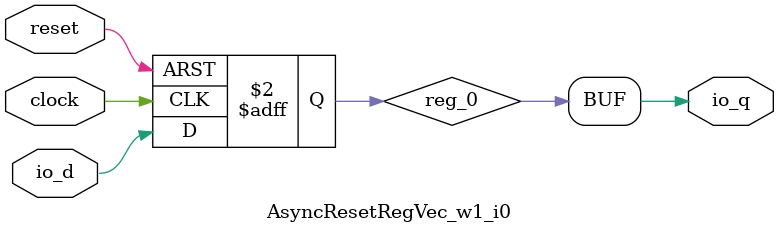
<source format=sv>
`ifndef RANDOMIZE
  `ifdef RANDOMIZE_REG_INIT
    `define RANDOMIZE
  `endif // RANDOMIZE_REG_INIT
`endif // not def RANDOMIZE
`ifndef RANDOMIZE
  `ifdef RANDOMIZE_MEM_INIT
    `define RANDOMIZE
  `endif // RANDOMIZE_MEM_INIT
`endif // not def RANDOMIZE

`ifndef RANDOM
  `define RANDOM $random
`endif // not def RANDOM

// Users can define 'PRINTF_COND' to add an extra gate to prints.
`ifndef PRINTF_COND_
  `ifdef PRINTF_COND
    `define PRINTF_COND_ (`PRINTF_COND)
  `else  // PRINTF_COND
    `define PRINTF_COND_ 1
  `endif // PRINTF_COND
`endif // not def PRINTF_COND_

// Users can define 'ASSERT_VERBOSE_COND' to add an extra gate to assert error printing.
`ifndef ASSERT_VERBOSE_COND_
  `ifdef ASSERT_VERBOSE_COND
    `define ASSERT_VERBOSE_COND_ (`ASSERT_VERBOSE_COND)
  `else  // ASSERT_VERBOSE_COND
    `define ASSERT_VERBOSE_COND_ 1
  `endif // ASSERT_VERBOSE_COND
`endif // not def ASSERT_VERBOSE_COND_

// Users can define 'STOP_COND' to add an extra gate to stop conditions.
`ifndef STOP_COND_
  `ifdef STOP_COND
    `define STOP_COND_ (`STOP_COND)
  `else  // STOP_COND
    `define STOP_COND_ 1
  `endif // STOP_COND
`endif // not def STOP_COND_

// Users can define INIT_RANDOM as general code that gets injected into the
// initializer block for modules with registers.
`ifndef INIT_RANDOM
  `define INIT_RANDOM
`endif // not def INIT_RANDOM

// If using random initialization, you can also define RANDOMIZE_DELAY to
// customize the delay used, otherwise 0.002 is used.
`ifndef RANDOMIZE_DELAY
  `define RANDOMIZE_DELAY 0.002
`endif // not def RANDOMIZE_DELAY

// Define INIT_RANDOM_PROLOG_ for use in our modules below.
`ifndef INIT_RANDOM_PROLOG_
  `ifdef RANDOMIZE
    `ifdef VERILATOR
      `define INIT_RANDOM_PROLOG_ `INIT_RANDOM
    `else  // VERILATOR
      `define INIT_RANDOM_PROLOG_ `INIT_RANDOM #`RANDOMIZE_DELAY begin end
    `endif // VERILATOR
  `else  // RANDOMIZE
    `define INIT_RANDOM_PROLOG_
  `endif // RANDOMIZE
`endif // not def INIT_RANDOM_PROLOG_

module AsyncResetRegVec_w1_i0(
  input  clock,
         reset,
         io_d,
  output io_q
);

  reg reg_0;	// @[AsyncResetReg.scala:63:50]
  always @(posedge clock or posedge reset) begin
    if (reset)
      reg_0 <= 1'h0;	// @[AsyncResetReg.scala:63:50]
    else
      reg_0 <= io_d;	// @[AsyncResetReg.scala:63:50]
  end // always @(posedge, posedge)
  `ifndef SYNTHESIS
    `ifdef FIRRTL_BEFORE_INITIAL
      `FIRRTL_BEFORE_INITIAL
    `endif // FIRRTL_BEFORE_INITIAL
    logic [31:0] _RANDOM_0;
    initial begin
      `ifdef INIT_RANDOM_PROLOG_
        `INIT_RANDOM_PROLOG_
      `endif // INIT_RANDOM_PROLOG_
      `ifdef RANDOMIZE_REG_INIT
        _RANDOM_0 = `RANDOM;
        reg_0 = _RANDOM_0[0];	// @[AsyncResetReg.scala:63:50]
      `endif // RANDOMIZE_REG_INIT
      `ifdef RANDOMIZE
        if (reset)
          reg_0 = 1'h0;	// @[AsyncResetReg.scala:63:50]
      `endif // RANDOMIZE
    end // initial
    `ifdef FIRRTL_AFTER_INITIAL
      `FIRRTL_AFTER_INITIAL
    `endif // FIRRTL_AFTER_INITIAL
  `endif // not def SYNTHESIS
  assign io_q = reg_0;	// @[AsyncResetReg.scala:63:50]
endmodule


</source>
